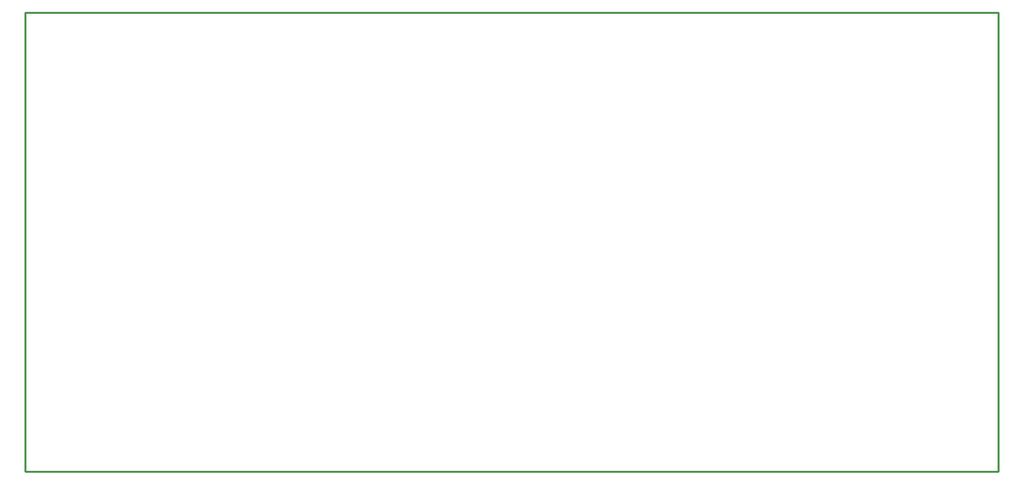
<source format=gbr>
%TF.GenerationSoftware,Altium Limited,Altium Designer,19.1.8 (144)*%
G04 Layer_Color=16711935*
%FSLAX26Y26*%
%MOIN*%
%TF.FileFunction,Other,Mechanical_1*%
%TF.Part,Single*%
G01*
G75*
%TA.AperFunction,NonConductor*%
%ADD43C,0.010000*%
D43*
X0Y0D02*
X4910000D01*
Y2320000D01*
X0D02*
X4910000D01*
X0Y0D02*
Y2320000D01*
%TF.MD5,d9447341a9c4dc2110352d3778a75cee*%
M02*

</source>
